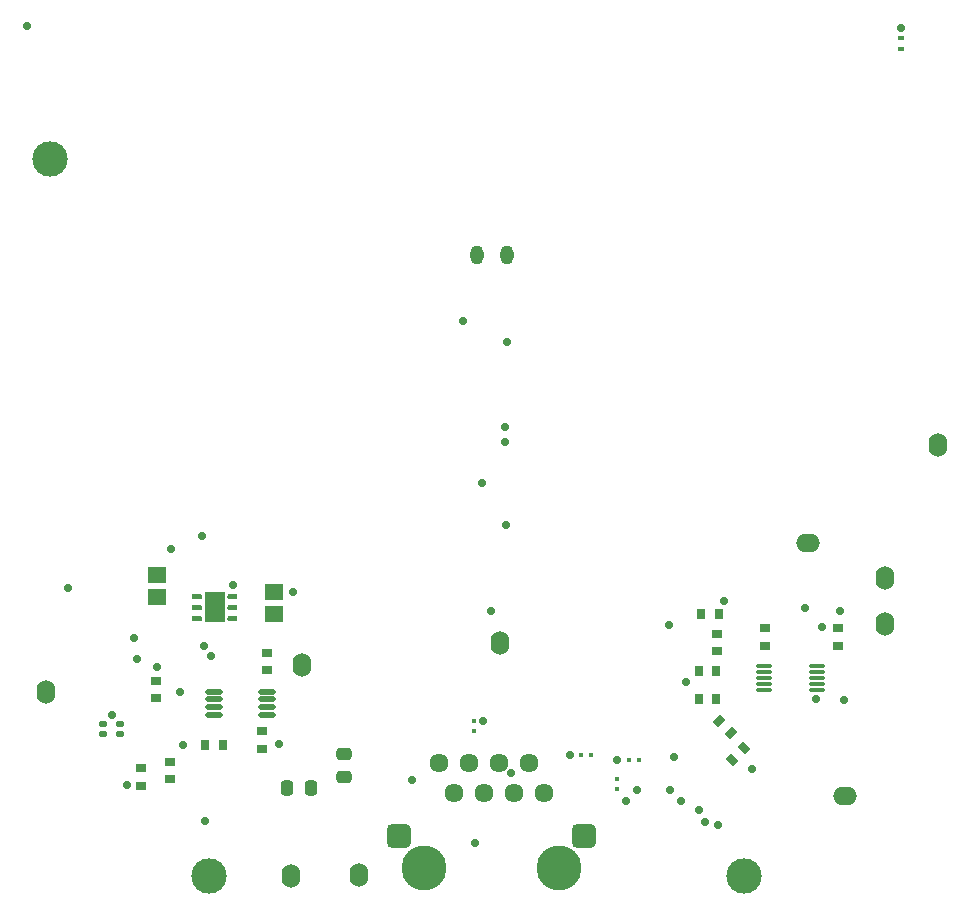
<source format=gbs>
G04*
G04 #@! TF.GenerationSoftware,Altium Limited,Altium Designer,24.0.1 (36)*
G04*
G04 Layer_Color=16711935*
%FSLAX44Y44*%
%MOMM*%
G71*
G04*
G04 #@! TF.SameCoordinates,3C6FB229-8EB3-43CD-B7CA-B0B301390D20*
G04*
G04*
G04 #@! TF.FilePolarity,Negative*
G04*
G01*
G75*
%ADD16R,0.9000X0.6500*%
%ADD17R,0.6500X0.9000*%
%ADD18R,0.9000X0.8000*%
%ADD19R,0.8000X0.9000*%
%ADD36R,0.5000X0.4500*%
%ADD44C,3.0000*%
%ADD46R,0.4616X0.3516*%
%ADD57O,2.0000X1.5700*%
%ADD58O,1.1016X1.6256*%
G04:AMPARAMS|DCode=59|XSize=2.1016mm|YSize=2.1016mm|CornerRadius=0.5508mm|HoleSize=0mm|Usage=FLASHONLY|Rotation=90.000|XOffset=0mm|YOffset=0mm|HoleType=Round|Shape=RoundedRectangle|*
%AMROUNDEDRECTD59*
21,1,2.1016,1.0000,0,0,90.0*
21,1,1.0000,2.1016,0,0,90.0*
1,1,1.1016,0.5000,0.5000*
1,1,1.1016,0.5000,-0.5000*
1,1,1.1016,-0.5000,-0.5000*
1,1,1.1016,-0.5000,0.5000*
%
%ADD59ROUNDEDRECTD59*%
%ADD60O,1.6016X1.6256*%
%ADD61C,3.8016*%
%ADD62O,1.5700X2.0000*%
%ADD63C,0.7016*%
G04:AMPARAMS|DCode=77|XSize=0.65mm|YSize=0.9mm|CornerRadius=0mm|HoleSize=0mm|Usage=FLASHONLY|Rotation=45.000|XOffset=0mm|YOffset=0mm|HoleType=Round|Shape=Rectangle|*
%AMROTATEDRECTD77*
4,1,4,0.0884,-0.5480,-0.5480,0.0884,-0.0884,0.5480,0.5480,-0.0884,0.0884,-0.5480,0.0*
%
%ADD77ROTATEDRECTD77*%

G04:AMPARAMS|DCode=78|XSize=0.65mm|YSize=0.9mm|CornerRadius=0mm|HoleSize=0mm|Usage=FLASHONLY|Rotation=135.000|XOffset=0mm|YOffset=0mm|HoleType=Round|Shape=Rectangle|*
%AMROTATEDRECTD78*
4,1,4,0.5480,0.0884,-0.0884,-0.5480,-0.5480,-0.0884,0.0884,0.5480,0.5480,0.0884,0.0*
%
%ADD78ROTATEDRECTD78*%

%ADD79R,1.5082X1.4057*%
G04:AMPARAMS|DCode=80|XSize=0.45mm|YSize=1.45mm|CornerRadius=0.1125mm|HoleSize=0mm|Usage=FLASHONLY|Rotation=270.000|XOffset=0mm|YOffset=0mm|HoleType=Round|Shape=RoundedRectangle|*
%AMROUNDEDRECTD80*
21,1,0.4500,1.2250,0,0,270.0*
21,1,0.2250,1.4500,0,0,270.0*
1,1,0.2250,-0.6125,-0.1125*
1,1,0.2250,-0.6125,0.1125*
1,1,0.2250,0.6125,0.1125*
1,1,0.2250,0.6125,-0.1125*
%
%ADD80ROUNDEDRECTD80*%
%ADD81C,0.4050*%
%ADD82R,1.7500X2.5000*%
G04:AMPARAMS|DCode=83|XSize=1mm|YSize=1.3mm|CornerRadius=0.25mm|HoleSize=0mm|Usage=FLASHONLY|Rotation=180.000|XOffset=0mm|YOffset=0mm|HoleType=Round|Shape=RoundedRectangle|*
%AMROUNDEDRECTD83*
21,1,1.0000,0.8000,0,0,180.0*
21,1,0.5000,1.3000,0,0,180.0*
1,1,0.5000,-0.2500,0.4000*
1,1,0.5000,0.2500,0.4000*
1,1,0.5000,0.2500,-0.4000*
1,1,0.5000,-0.2500,-0.4000*
%
%ADD83ROUNDEDRECTD83*%
G04:AMPARAMS|DCode=84|XSize=0.3mm|YSize=1.35mm|CornerRadius=0.075mm|HoleSize=0mm|Usage=FLASHONLY|Rotation=90.000|XOffset=0mm|YOffset=0mm|HoleType=Round|Shape=RoundedRectangle|*
%AMROUNDEDRECTD84*
21,1,0.3000,1.2000,0,0,90.0*
21,1,0.1500,1.3500,0,0,90.0*
1,1,0.1500,0.6000,0.0750*
1,1,0.1500,0.6000,-0.0750*
1,1,0.1500,-0.6000,-0.0750*
1,1,0.1500,-0.6000,0.0750*
%
%ADD84ROUNDEDRECTD84*%
G04:AMPARAMS|DCode=85|XSize=1mm|YSize=1.3mm|CornerRadius=0.25mm|HoleSize=0mm|Usage=FLASHONLY|Rotation=90.000|XOffset=0mm|YOffset=0mm|HoleType=Round|Shape=RoundedRectangle|*
%AMROUNDEDRECTD85*
21,1,1.0000,0.8000,0,0,90.0*
21,1,0.5000,1.3000,0,0,90.0*
1,1,0.5000,0.4000,0.2500*
1,1,0.5000,0.4000,-0.2500*
1,1,0.5000,-0.4000,-0.2500*
1,1,0.5000,-0.4000,0.2500*
%
%ADD85ROUNDEDRECTD85*%
G04:AMPARAMS|DCode=89|XSize=0.7016mm|YSize=0.5516mm|CornerRadius=0.1633mm|HoleSize=0mm|Usage=FLASHONLY|Rotation=0.000|XOffset=0mm|YOffset=0mm|HoleType=Round|Shape=RoundedRectangle|*
%AMROUNDEDRECTD89*
21,1,0.7016,0.2250,0,0,0.0*
21,1,0.3750,0.5516,0,0,0.0*
1,1,0.3266,0.1875,-0.1125*
1,1,0.3266,-0.1875,-0.1125*
1,1,0.3266,-0.1875,0.1125*
1,1,0.3266,0.1875,0.1125*
%
%ADD89ROUNDEDRECTD89*%
%ADD90R,0.3516X0.4616*%
G36*
X174633Y250973D02*
X175266Y250340D01*
X175609Y249513D01*
X175609Y249066D01*
X175609Y249066D01*
X175609Y248618D01*
X175266Y247791D01*
X174633Y247158D01*
X173806Y246816D01*
X173359D01*
X167059Y246816D01*
Y251316D01*
X173359D01*
X173359Y251316D01*
X173806Y251316D01*
X174633Y250973D01*
D02*
G37*
G36*
Y260473D02*
X175266Y259840D01*
X175609Y259013D01*
X175609Y258566D01*
X175609Y258566D01*
X175609Y258118D01*
X175266Y257291D01*
X174633Y256658D01*
X173806Y256316D01*
X173359Y256316D01*
X167059Y256316D01*
Y260816D01*
X173359D01*
X173359Y260816D01*
X173806Y260816D01*
X174633Y260473D01*
D02*
G37*
G36*
Y269973D02*
X175266Y269340D01*
X175609Y268513D01*
X175609Y268066D01*
X175609Y268066D01*
X175609Y267618D01*
X175266Y266791D01*
X174633Y266158D01*
X173806Y265816D01*
X173359Y265816D01*
X167059Y265816D01*
Y270316D01*
X173359D01*
X173359Y270316D01*
X173806Y270316D01*
X174633Y269973D01*
D02*
G37*
G36*
X205159Y246816D02*
X198859D01*
X198859Y246816D01*
X198411Y246816D01*
X197584Y247158D01*
X196951Y247791D01*
X196609Y248618D01*
X196609Y249066D01*
X196609Y249513D01*
X196951Y250340D01*
X197584Y250973D01*
X198411Y251316D01*
X198859Y251316D01*
X205159Y251316D01*
Y246816D01*
D02*
G37*
G36*
Y256316D02*
X198859D01*
X198859Y256316D01*
X198411Y256316D01*
X197584Y256658D01*
X196951Y257291D01*
X196609Y258118D01*
X196609Y258566D01*
X196609Y259013D01*
X196951Y259840D01*
X197584Y260473D01*
X198411Y260816D01*
X198859Y260816D01*
X205159Y260816D01*
Y256316D01*
D02*
G37*
G36*
Y265816D02*
X198859D01*
X198859Y265816D01*
X198411Y265816D01*
X197584Y266158D01*
X196951Y266791D01*
X196609Y267618D01*
X196609Y268066D01*
Y268513D01*
X196951Y269340D01*
X197584Y269973D01*
X198411Y270316D01*
X198859Y270316D01*
X205159Y270316D01*
Y265816D01*
D02*
G37*
D16*
X611609Y221316D02*
D03*
Y235816D02*
D03*
X229859Y220066D02*
D03*
Y205566D02*
D03*
X147859Y113566D02*
D03*
Y128066D02*
D03*
X135859Y196316D02*
D03*
Y181816D02*
D03*
D17*
X612609Y253316D02*
D03*
X598109D02*
D03*
X596109Y204816D02*
D03*
X610609D02*
D03*
X595859Y181316D02*
D03*
X610359D02*
D03*
D18*
X651609Y240816D02*
D03*
Y225816D02*
D03*
X713609Y240816D02*
D03*
Y225816D02*
D03*
X226109Y138566D02*
D03*
Y153566D02*
D03*
X123609Y107316D02*
D03*
Y122316D02*
D03*
D19*
X177859Y142066D02*
D03*
X192859D02*
D03*
D36*
X766859Y731816D02*
D03*
Y740316D02*
D03*
D44*
X46859Y638566D02*
D03*
X181109Y30816D02*
D03*
X634109Y31066D02*
D03*
D46*
X504470Y133760D02*
D03*
X496070D02*
D03*
X545220Y129760D02*
D03*
X536820D02*
D03*
D57*
X688331Y313200D02*
D03*
X719359Y98816D02*
D03*
D58*
X433109Y556816D02*
D03*
X408109Y556721D02*
D03*
D59*
X341829Y65131D02*
D03*
X498330D02*
D03*
D60*
X413729Y101131D02*
D03*
X451829Y126531D02*
D03*
X426429D02*
D03*
X401029D02*
D03*
X375629D02*
D03*
X464529Y101131D02*
D03*
X439129D02*
D03*
X388329D02*
D03*
D61*
X362929Y37631D02*
D03*
X477229D02*
D03*
D62*
X250359Y31066D02*
D03*
X753609Y244816D02*
D03*
X753309Y283866D02*
D03*
X427359Y228566D02*
D03*
X42859Y186816D02*
D03*
X259859Y209566D02*
D03*
X308359Y32316D02*
D03*
X798109Y396066D02*
D03*
D63*
X111859Y108066D02*
D03*
X98859Y167566D02*
D03*
X177859Y77566D02*
D03*
X352639Y112907D02*
D03*
X611859Y74566D02*
D03*
X571539Y104206D02*
D03*
X159359Y142316D02*
D03*
X201258Y277394D02*
D03*
X252609Y272066D02*
D03*
X585359Y195066D02*
D03*
X570359Y243566D02*
D03*
X175109Y319316D02*
D03*
X137359Y208316D02*
D03*
X156359Y187316D02*
D03*
X240609Y142816D02*
D03*
X640859Y121566D02*
D03*
X526359Y129566D02*
D03*
X487109Y133316D02*
D03*
X715609Y255816D02*
D03*
X616859Y264066D02*
D03*
X695359Y181066D02*
D03*
X148758Y308144D02*
D03*
X117528Y232976D02*
D03*
X120028Y214726D02*
D03*
X62109Y274816D02*
D03*
X183109Y217316D02*
D03*
X436609Y118066D02*
D03*
X543859Y104316D02*
D03*
X396609Y500816D02*
D03*
X431359Y398316D02*
D03*
X433859Y483566D02*
D03*
X419859Y255566D02*
D03*
X431678Y411043D02*
D03*
X432609Y328066D02*
D03*
X534609Y94566D02*
D03*
X596109Y87066D02*
D03*
X580609Y94316D02*
D03*
X413109Y162316D02*
D03*
X406359Y59066D02*
D03*
X575109Y131816D02*
D03*
X600859Y77066D02*
D03*
X176609Y225816D02*
D03*
X700569Y242066D02*
D03*
X718805Y180454D02*
D03*
X685609Y258316D02*
D03*
X767140Y749252D02*
D03*
X412109Y364316D02*
D03*
X27270Y751010D02*
D03*
D77*
X634485Y139442D02*
D03*
X624232Y129189D02*
D03*
D78*
X612982Y162692D02*
D03*
X623235Y152439D02*
D03*
D79*
X137109Y267291D02*
D03*
Y285816D02*
D03*
X236609Y252803D02*
D03*
Y271328D02*
D03*
D80*
X185573Y167747D02*
D03*
Y174247D02*
D03*
Y180746D02*
D03*
Y187246D02*
D03*
X230073Y167747D02*
D03*
Y174247D02*
D03*
Y180746D02*
D03*
Y187246D02*
D03*
D81*
X173109Y249066D02*
D03*
X172895Y258566D02*
D03*
Y268066D02*
D03*
X199109D02*
D03*
X199323Y258566D02*
D03*
Y249066D02*
D03*
D82*
X186109Y258566D02*
D03*
D83*
X267359Y105566D02*
D03*
X247359D02*
D03*
D84*
X695859Y193816D02*
D03*
Y208816D02*
D03*
Y203816D02*
D03*
Y198816D02*
D03*
Y188816D02*
D03*
X651359Y208816D02*
D03*
Y203816D02*
D03*
Y198816D02*
D03*
Y193816D02*
D03*
Y188816D02*
D03*
D85*
X295109Y114816D02*
D03*
Y134816D02*
D03*
D89*
X106119Y151829D02*
D03*
Y159829D02*
D03*
X91119D02*
D03*
Y151829D02*
D03*
D90*
X526359Y113016D02*
D03*
Y104616D02*
D03*
X405359Y153866D02*
D03*
Y162266D02*
D03*
M02*

</source>
